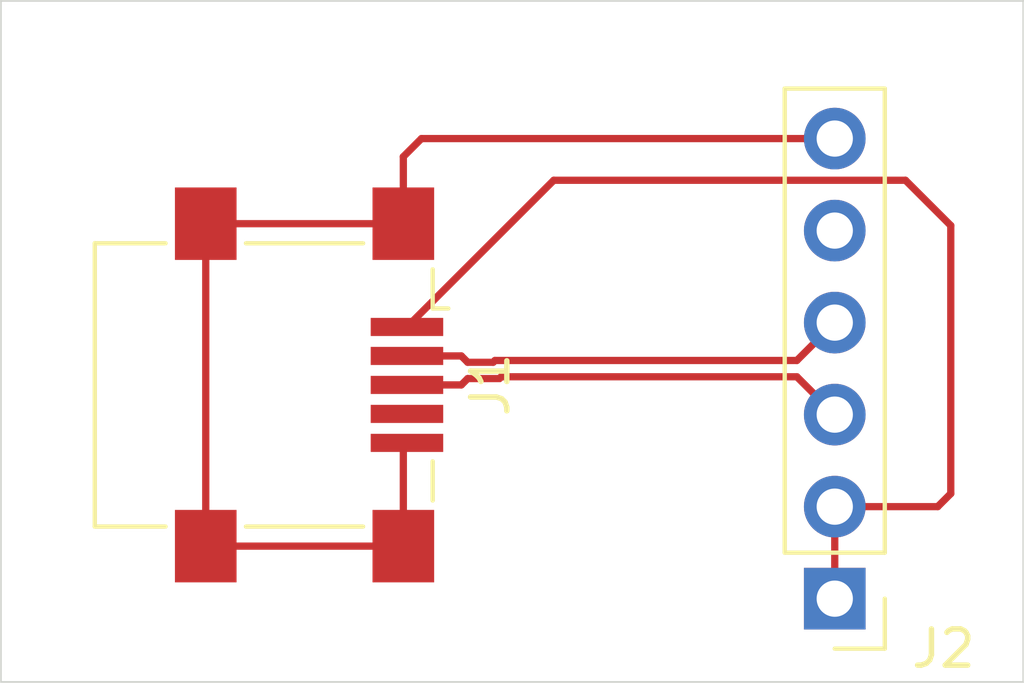
<source format=kicad_pcb>
(kicad_pcb (version 20241229) (generator "pcbnew") (generator_version "9.0")
  (layers (0 "F.Cu" signal) (2 "B.Cu" signal) (13 "F.Paste" user) (15 "B.Paste" user) (5 "F.SilkS" user "F.Silkscreen") (7 "B.SilkS" user "B.Silkscreen") (1 "F.Mask" user) (3 "B.Mask" user) (25 "Edge.Cuts" user))
  (net 0 "")
  (net 1 "GND")
  (net 2 "/D+")
  (net 4 "Net-(J1-VBUS)")
  (net 5 "/D-")
  (footprint "Connector_USB:USB_Mini-B_Lumberg_2486_01_Horizontal" (layer "F.Cu") (at 143.5 90.4 -90)
    (property "Reference" "J1" (at 0 -5 90) (layer "F.SilkS"))
    (property "Value" "USB_B_Micro")
    (fp_line (start -3.91 5.91) (end -3.91 3.96) (stroke (width 0.12)) (layer "F.SilkS"))
    (fp_line (start 3.91 5.91) (end -3.91 5.91) (stroke (width 0.12)) (layer "F.SilkS"))
    (fp_line (start 3.91 5.91) (end 3.91 3.96) (stroke (width 0.12)) (layer "F.SilkS"))
    (fp_line (start -3.91 1.74) (end -3.91 -1.49) (stroke (width 0.12)) (layer "F.SilkS"))
    (fp_line (start 3.91 1.74) (end 3.91 -1.49) (stroke (width 0.12)) (layer "F.SilkS"))
    (fp_line (start -3.19 -3.41) (end -2.11 -3.41) (stroke (width 0.12)) (layer "F.SilkS"))
    (fp_line (start -2.11 -3.41) (end -2.11 -3.84) (stroke (width 0.12)) (layer "F.SilkS"))
    (fp_line (start 2.11 -3.41) (end 3.19 -3.41) (stroke (width 0.12)) (layer "F.SilkS"))
    (pad "" np_thru_hole circle (at -2.2 0 270) (size 1 1) (drill 1) (layers "*.Cu" "*.Mask"))
    (pad "" np_thru_hole circle (at 2.2 0 270) (size 1 1) (drill 1) (layers "*.Cu" "*.Mask"))
    (pad "1" smd rect (at -1.6 -2.7 270) (size 0.5 2) (layers "F.Cu" "F.Mask" "F.Paste") (net 4 "Net-(J1-VBUS)"))
    (pad "2" smd rect (at -0.8 -2.7 270) (size 0.5 2) (layers "F.Cu" "F.Mask" "F.Paste") (net 5 "/D-"))
    (pad "3" smd rect (at 0 -2.7 270) (size 0.5 2) (layers "F.Cu" "F.Mask" "F.Paste") (net 2 "/D+"))
    (pad "4" smd rect (at 0.8 -2.7 270) (size 0.5 2) (layers "F.Cu" "F.Mask" "F.Paste"))
    (pad "5" smd rect (at 1.6 -2.7 270) (size 0.5 2) (layers "F.Cu" "F.Mask" "F.Paste") (net 1 "GND"))
    (pad "6" smd rect (at -4.45 -2.6 270) (size 2 1.7) (layers "F.Cu" "F.Mask" "F.Paste") (net 1 "GND"))
    (pad "6" smd rect (at -4.45 2.85 270) (size 2 1.7) (layers "F.Cu" "F.Mask" "F.Paste") (net 1 "GND"))
    (pad "6" smd rect (at 4.45 -2.6 270) (size 2 1.7) (layers "F.Cu" "F.Mask" "F.Paste") (net 1 "GND"))
    (pad "6" smd rect (at 4.45 2.85 270) (size 2 1.7) (layers "F.Cu" "F.Mask" "F.Paste") (net 1 "GND"))
  )
  (footprint "Connector_PinHeader_2.54mm:PinHeader_1x06_P2.54mm_Vertical" (layer "F.Cu") (at 158 96.3 180)
    (property "Reference" "J2" (at -3 -1.38 0) (layer "F.SilkS"))
    (property "Value" "Conn_01x06_Socket")
    (fp_line (start 1.38 1.27) (end 1.38 14.08) (stroke (width 0.12)) (layer "F.SilkS"))
    (fp_line (start -1.38 14.08) (end 1.38 14.08) (stroke (width 0.12)) (layer "F.SilkS"))
    (fp_line (start -1.38 1.27) (end 1.38 1.27) (stroke (width 0.12)) (layer "F.SilkS"))
    (fp_line (start -1.38 1.27) (end -1.38 14.08) (stroke (width 0.12)) (layer "F.SilkS"))
    (fp_line (start -1.38 0) (end -1.38 -1.38) (stroke (width 0.12)) (layer "F.SilkS"))
    (fp_line (start -1.38 -1.38) (end 0 -1.38) (stroke (width 0.12)) (layer "F.SilkS"))
    (pad "1" thru_hole rect (at 0 0 180) (size 1.7 1.7) (drill 1) (layers "*.Cu" "*.Mask") (net 4 "Net-(J1-VBUS)"))
    (pad "2" thru_hole circle (at 0 2.54 180) (size 1.7 1.7) (drill 1) (layers "*.Cu" "*.Mask") (net 4 "Net-(J1-VBUS)"))
    (pad "3" thru_hole circle (at 0 5.08 180) (size 1.7 1.7) (drill 1) (layers "*.Cu" "*.Mask") (net 2 "/D+"))
    (pad "4" thru_hole circle (at 0 7.62 180) (size 1.7 1.7) (drill 1) (layers "*.Cu" "*.Mask") (net 5 "/D-"))
    (pad "5" thru_hole circle (at 0 10.16 180) (size 1.7 1.7) (drill 1) (layers "*.Cu" "*.Mask"))
    (pad "6" thru_hole circle (at 0 12.7 180) (size 1.7 1.7) (drill 1) (layers "*.Cu" "*.Mask") (net 1 "GND"))
  )
  (gr_rect (start 135 79.8) (end 163.2 98.6) (stroke (width 0.05)) (fill no) (layer "Edge.Cuts"))
  (segment (start 146.1 92.1) (end 146.2 92) (width 0.2) (layer "F.Cu") (net 1))
  (segment (start 140.65 94.85) (end 146.1 94.85) (width 0.2) (layer "F.Cu") (net 1))
  (segment (start 146.6 83.6) (end 158 83.6) (width 0.2) (layer "F.Cu") (net 1))
  (segment (start 140.65 85.95) (end 140.65 94.85) (width 0.2) (layer "F.Cu") (net 1))
  (segment (start 140.65 85.95) (end 146.1 85.95) (width 0.2) (layer "F.Cu") (net 1))
  (segment (start 146.1 94.85) (end 146.1 92.1) (width 0.2) (layer "F.Cu") (net 1))
  (segment (start 146.1 85.95) (end 146.1 84.1) (width 0.2) (layer "F.Cu") (net 1))
  (segment (start 146.1 84.1) (end 146.6 83.6) (width 0.2) (layer "F.Cu") (net 1))
  (segment (start 158 91.22) (end 156.955 90.175) (width 0.2) (layer "F.Cu") (net 2))
  (segment (start 147.700001 90.4) (end 146.2 90.4) (width 0.2) (layer "F.Cu") (net 2))
  (segment (start 148.8 90.175) (end 148.75 90.225) (width 0.2) (layer "F.Cu") (net 2))
  (segment (start 147.875001 90.225) (end 147.700001 90.4) (width 0.2) (layer "F.Cu") (net 2))
  (segment (start 148.75 90.225) (end 147.875001 90.225) (width 0.2) (layer "F.Cu") (net 2))
  (segment (start 156.955 90.175) (end 148.8 90.175) (width 0.2) (layer "F.Cu") (net 2))
  (segment (start 161.2 86) (end 161.2 93.4) (width 0.2) (layer "F.Cu") (net 4))
  (segment (start 150.249 84.751) (end 159.951 84.751) (width 0.2) (layer "F.Cu") (net 4))
  (segment (start 158 93.76) (end 158 96.3) (width 0.2) (layer "F.Cu") (net 4))
  (segment (start 161.2 93.4) (end 160.84 93.76) (width 0.2) (layer "F.Cu") (net 4))
  (segment (start 146.2 88.8) (end 150.249 84.751) (width 0.2) (layer "F.Cu") (net 4))
  (segment (start 159.951 84.751) (end 161.2 86) (width 0.2) (layer "F.Cu") (net 4))
  (segment (start 160.84 93.76) (end 158 93.76) (width 0.2) (layer "F.Cu") (net 4))
  (segment (start 148.627794 89.725) (end 148.577794 89.775) (width 0.2) (layer "F.Cu") (net 5))
  (segment (start 148.577794 89.775) (end 147.875001 89.775) (width 0.2) (layer "F.Cu") (net 5))
  (segment (start 147.700001 89.6) (end 146.2 89.6) (width 0.2) (layer "F.Cu") (net 5))
  (segment (start 156.955 89.725) (end 148.627794 89.725) (width 0.2) (layer "F.Cu") (net 5))
  (segment (start 158 88.68) (end 156.955 89.725) (width 0.2) (layer "F.Cu") (net 5))
  (segment (start 147.875001 89.775) (end 147.700001 89.6) (width 0.2) (layer "F.Cu") (net 5))
)
</source>
